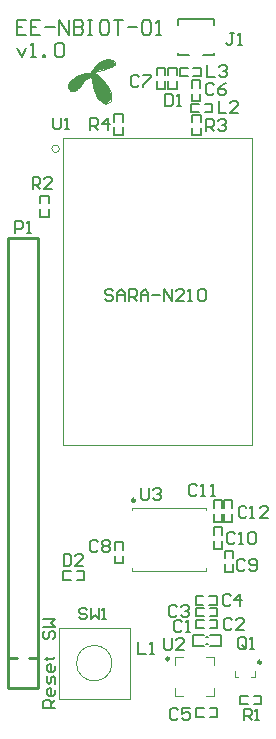
<source format=gto>
G04 Layer_Color=65535*
%FSLAX44Y44*%
%MOMM*%
G71*
G01*
G75*
%ADD31C,0.2540*%
%ADD38C,0.2500*%
%ADD39C,0.1000*%
%ADD40C,0.2000*%
%ADD41C,0.1524*%
%ADD42C,0.0500*%
%ADD43C,0.1700*%
G36*
X92374Y581114D02*
X93085Y578509D01*
X92374Y577058D01*
X90004Y575845D01*
X84695Y574093D01*
X77532Y572081D01*
X76516Y571066D01*
Y570113D01*
X81258Y566324D01*
X86805Y559480D01*
X89545Y552486D01*
Y548778D01*
X87310Y545314D01*
X84695Y544750D01*
X82091Y545721D01*
X78513Y548778D01*
X74772Y555785D01*
X72910Y567101D01*
X72187Y567672D01*
X69773Y566324D01*
Y566191D01*
X59367Y555785D01*
Y555631D01*
X54953Y555631D01*
X53868Y556716D01*
Y557820D01*
X53000Y558688D01*
Y561699D01*
X57001Y565700D01*
Y565936D01*
X57777D01*
X60878Y567672D01*
X62464Y568560D01*
X66162Y570114D01*
X71891Y570922D01*
X72910Y571066D01*
X74772Y574842D01*
X77230Y578195D01*
X81655Y580686D01*
X86103Y582367D01*
X92374Y581114D01*
D02*
G37*
D31*
X2300Y431000D02*
X27700D01*
X2300Y50000D02*
Y431000D01*
X27700Y50000D02*
Y431000D01*
X2300Y50000D02*
X27700D01*
X20080Y75400D02*
X27700D01*
X2300D02*
X9920D01*
D38*
X109750Y208750D02*
G03*
X109750Y208750I-1250J0D01*
G01*
X138580Y74670D02*
G03*
X138580Y74670I-1250J0D01*
G01*
X216500Y71750D02*
G03*
X216500Y71750I-1250J0D01*
G01*
D39*
X90250Y71000D02*
G03*
X90250Y71000I-15000J0D01*
G01*
X45702Y506520D02*
G03*
X45702Y506520I-3162J0D01*
G01*
X85240Y544777D02*
X85441Y544799D01*
X86322Y544899D01*
X86838Y544964D01*
X86860Y544970D01*
X86879Y544975D01*
X87310Y545314D01*
X88023Y545933D01*
X88186Y546079D01*
X88449Y546321D01*
X89062Y547240D01*
X89564Y548778D01*
X89692Y550715D01*
X89545Y552486D02*
X89692Y550715D01*
X89450Y553067D02*
X89545Y552486D01*
X89396Y553398D02*
X89450Y553067D01*
X89171Y554377D02*
X89396Y553398D01*
X88748Y555649D02*
X89171Y554377D01*
X88113Y557057D02*
X88748Y555649D01*
X87437Y558346D02*
X88113Y557057D01*
X87204Y558766D02*
X87437Y558346D01*
X86805Y559480D02*
X87204Y558766D01*
X85471Y561541D02*
X86805Y559480D01*
X83520Y564013D02*
X85471Y561541D01*
X81288Y566253D02*
X83520Y564013D01*
X79381Y567848D02*
X81288Y566253D01*
X78716Y568334D02*
X79381Y567848D01*
X78355Y568597D02*
X78716Y568334D01*
X77292Y569408D02*
X78355Y568597D01*
X76516Y570113D02*
X77292Y569408D01*
X76234Y570621D02*
X76516Y570113D01*
X76234Y570621D02*
X76258Y570993D01*
X76299Y571104D01*
X76343Y571234D01*
X76625Y571576D01*
X77485Y572023D01*
X79248Y572590D01*
X81532Y573219D01*
X82294Y573420D01*
X82896Y573580D01*
X84695Y574093D01*
X87009Y574804D01*
X88973Y575463D01*
X90004Y575845D01*
X90321Y575989D01*
X90622Y576128D01*
X91517Y576572D01*
X92271Y577058D01*
X92713Y577557D01*
X92933Y578024D01*
X92985Y578184D01*
X93085Y578509D01*
X92993Y579974D02*
X93085Y578509D01*
X92179Y581029D02*
X92993Y579974D01*
X91919Y581149D02*
X92179Y581029D01*
X91487Y581347D02*
X91919Y581149D01*
X89580Y582006D02*
X91487Y581347D01*
X87695Y582299D02*
X89580Y582006D01*
X87277Y582315D02*
X87695Y582299D01*
X87006Y582326D02*
X87277Y582315D01*
X86192Y582277D02*
X87006Y582326D01*
X85029Y582003D02*
X86192Y582277D01*
X83461Y581390D02*
X85029Y582003D01*
X81741Y580601D02*
X83461Y581390D01*
X81174Y580330D02*
X81741Y580601D01*
X80761Y580134D02*
X81174Y580330D01*
X79530Y579529D02*
X80761Y580134D01*
X78236Y578840D02*
X79530Y579529D01*
X77230Y578195D02*
X78236Y578840D01*
X76443Y577538D02*
X77230Y578195D01*
X75814Y576800D02*
X76443Y577538D01*
X75276Y575921D02*
X75814Y576800D01*
X74772Y574842D02*
X75276Y575921D01*
X74365Y573830D02*
X74772Y574842D01*
X74235Y573491D02*
X74365Y573830D01*
X74105Y573154D02*
X74235Y573491D01*
X73443Y571763D02*
X74105Y573154D01*
X72914Y571039D02*
X73443Y571763D01*
X72854Y571036D02*
X72914Y571039D01*
X71986Y571017D02*
X72854Y571036D01*
X69382Y570922D02*
X71986Y571017D01*
X67060Y570602D02*
X69382Y570922D01*
X64816Y569815D02*
X67060Y570602D01*
X62391Y568689D02*
X64816Y569815D01*
X61588Y568304D02*
X62391Y568689D01*
X60878Y567965D02*
X61588Y568304D01*
X58759Y566918D02*
X60878Y567965D01*
X57001Y565936D02*
X58759Y566918D01*
X55875Y565084D02*
X57001Y565936D01*
X55165Y564346D02*
X55875Y565084D01*
X54948Y564086D02*
X55165Y564346D01*
X54747Y563850D02*
X54948Y564086D01*
X53811Y562510D02*
X54747Y563850D01*
X53165Y561308D02*
X53811Y562510D01*
X53114Y561137D02*
X53165Y561308D01*
X53022Y560844D02*
X53114Y561137D01*
X53000Y559881D02*
X53022Y560844D01*
X53000Y559881D02*
X53277Y558411D01*
X53868Y556995D01*
X54446Y556121D01*
X54695Y555888D01*
X54837Y555755D01*
X55791Y555343D01*
X57145Y555253D01*
X57487Y555281D01*
X57763Y555305D01*
X58599Y555408D01*
X59367Y555631D01*
X60037Y556062D01*
X60655Y556626D01*
X60856Y556819D01*
X61048Y557009D01*
X61656Y557654D01*
X62804Y558907D01*
X64141Y560410D01*
X65180Y561598D01*
X65522Y561995D01*
X66078Y562645D01*
X67828Y564525D01*
X69773Y566324D01*
X71324Y567368D01*
X72187Y567672D01*
X72455Y567631D01*
X72542Y567621D01*
X72797Y567477D01*
X73022Y567043D01*
X73163Y566194D01*
X73242Y565149D01*
X73261Y564799D01*
X73318Y563660D01*
X73790Y560250D01*
X74872Y555953D01*
X76440Y552107D01*
X77862Y549641D01*
X78437Y548898D01*
X78605Y548681D01*
X79907Y547381D01*
X81437Y546150D01*
X81719Y545963D01*
X82091Y545721D01*
X83637Y544964D01*
X84972Y544750D01*
X85240Y544777D01*
X137650Y202250D02*
X170000D01*
Y200300D02*
Y202250D01*
Y149250D02*
Y151200D01*
X137650Y149250D02*
X170000D01*
X107000D02*
X139350D01*
X107000D02*
Y151200D01*
Y202250D02*
X139350D01*
X107000Y200300D02*
Y202250D01*
X143830Y69420D02*
Y76170D01*
X150580D01*
X170080D02*
X176830D01*
Y69420D02*
Y76170D01*
Y43170D02*
Y49920D01*
X170080Y43170D02*
X176830D01*
X143830D02*
Y49920D01*
Y43170D02*
X150580D01*
X211250Y59000D02*
Y64000D01*
X208250Y59000D02*
X211250D01*
X194250D02*
Y64000D01*
Y59000D02*
X197250D01*
X48540Y515520D02*
X208540D01*
Y255520D02*
Y515520D01*
X48540Y255520D02*
X208540D01*
X48540D02*
Y515520D01*
D40*
X146500Y611500D02*
Y616500D01*
X176500D01*
Y611500D02*
Y616500D01*
Y585500D02*
Y587500D01*
X167500Y585500D02*
X176500D01*
X146500D02*
X155500D01*
X146500D02*
Y587500D01*
X169490Y87150D02*
X171490Y87150D01*
X169490Y93150D02*
X171490Y93150D01*
X17747Y615191D02*
X9750D01*
Y603195D01*
X17747D01*
X9750Y609193D02*
X13749D01*
X29743Y615191D02*
X21746D01*
Y603195D01*
X29743D01*
X21746Y609193D02*
X25745D01*
X33742D02*
X41740D01*
X45738Y603195D02*
Y615191D01*
X53736Y603195D01*
Y615191D01*
X57734D02*
Y603195D01*
X63733D01*
X65732Y605195D01*
Y607194D01*
X63733Y609193D01*
X57734D01*
X63733D01*
X65732Y611193D01*
Y613192D01*
X63733Y615191D01*
X57734D01*
X69731D02*
X73729D01*
X71730D01*
Y603195D01*
X69731D01*
X73729D01*
X85725Y615191D02*
X81727D01*
X79727Y613192D01*
Y605195D01*
X81727Y603195D01*
X85725D01*
X87725Y605195D01*
Y613192D01*
X85725Y615191D01*
X91723D02*
X99721D01*
X95722D01*
Y603195D01*
X103720Y609193D02*
X111717D01*
X115716Y613192D02*
X117715Y615191D01*
X121714D01*
X123713Y613192D01*
Y605195D01*
X121714Y603195D01*
X117715D01*
X115716Y605195D01*
Y613192D01*
X127712Y603195D02*
X131711D01*
X129711D01*
Y615191D01*
X127712Y613192D01*
X9750Y591997D02*
X13749Y584000D01*
X17747Y591997D01*
X21746Y584000D02*
X25745D01*
X23746D01*
Y595996D01*
X21746Y593997D01*
X31743Y584000D02*
Y585999D01*
X33742D01*
Y584000D01*
X31743D01*
X41740Y593997D02*
X43739Y595996D01*
X47738D01*
X49737Y593997D01*
Y585999D01*
X47738Y584000D01*
X43739D01*
X41740Y585999D01*
Y593997D01*
X91165Y386081D02*
X89498Y387747D01*
X86166D01*
X84500Y386081D01*
Y384414D01*
X86166Y382748D01*
X89498D01*
X91165Y381082D01*
Y379416D01*
X89498Y377750D01*
X86166D01*
X84500Y379416D01*
X94497Y377750D02*
Y384414D01*
X97829Y387747D01*
X101161Y384414D01*
Y377750D01*
Y382748D01*
X94497D01*
X104494Y377750D02*
Y387747D01*
X109492D01*
X111158Y386081D01*
Y382748D01*
X109492Y381082D01*
X104494D01*
X107826D02*
X111158Y377750D01*
X114490D02*
Y384414D01*
X117823Y387747D01*
X121155Y384414D01*
Y377750D01*
Y382748D01*
X114490D01*
X124487D02*
X131152D01*
X134484Y377750D02*
Y387747D01*
X141148Y377750D01*
Y387747D01*
X151145Y377750D02*
X144481D01*
X151145Y384414D01*
Y386081D01*
X149479Y387747D01*
X146147D01*
X144481Y386081D01*
X154478Y377750D02*
X157810D01*
X156144D01*
Y387747D01*
X154478Y386081D01*
X162808D02*
X164474Y387747D01*
X167806D01*
X169473Y386081D01*
Y379416D01*
X167806Y377750D01*
X164474D01*
X162808Y379416D01*
Y386081D01*
D41*
X210250Y36000D02*
X216500D01*
X199000D02*
X205250D01*
X210250Y43500D02*
X216500D01*
X199000D02*
X205250D01*
X199000Y36000D02*
Y43500D01*
X216500Y36000D02*
Y43500D01*
X185249Y190751D02*
Y197251D01*
Y202251D02*
Y208751D01*
X192249Y190751D02*
Y197251D01*
Y202251D02*
Y208751D01*
X185249D02*
X192249D01*
X185249Y190751D02*
X192249D01*
X99501Y166999D02*
Y173499D01*
Y155499D02*
Y161999D01*
X92501Y166999D02*
Y173499D01*
Y155499D02*
Y161999D01*
Y155499D02*
X99501D01*
X92501Y173499D02*
X99501D01*
X158740Y85150D02*
Y95150D01*
X182240D02*
X182240Y85150D01*
X172990D02*
X182240D01*
X158740D02*
X167990D01*
X172990Y95150D02*
X182240D01*
X158740D02*
X167990D01*
X161491Y107621D02*
X167991D01*
X172991D02*
X179491D01*
X161491Y100621D02*
X167991Y100621D01*
X172991Y100621D02*
X179491D01*
Y107621D01*
X161491Y100621D02*
Y107621D01*
Y117781D02*
X167991Y117781D01*
X172991D02*
X179491Y117781D01*
X161491Y110781D02*
X167991D01*
X172991Y110781D02*
X179491Y110781D01*
Y117781D01*
X161491Y110781D02*
Y117781D01*
X172749Y120499D02*
X179249Y120499D01*
X161249D02*
X167749Y120499D01*
X172749Y127499D02*
X179249D01*
X161249D02*
X167749D01*
X161249Y120499D02*
Y127499D01*
X179249Y120499D02*
Y127499D01*
X161491Y32691D02*
X167991D01*
X172991D02*
X179491D01*
X161491Y25691D02*
X167991Y25691D01*
X172991Y25691D02*
X179491D01*
Y32691D01*
X161491Y25691D02*
Y32691D01*
X29750Y449000D02*
Y455250D01*
Y460250D02*
Y466500D01*
X37250Y449000D02*
Y455250D01*
Y460250D02*
Y466500D01*
X29750D02*
X37250D01*
X29750Y449000D02*
X37250D01*
X60250Y141500D02*
X66500D01*
X49000D02*
X55250D01*
X60250Y149000D02*
X66500D01*
X49000D02*
X55250D01*
X49000Y141500D02*
Y149000D01*
X66500Y141500D02*
Y149000D01*
X176249Y190751D02*
Y197251D01*
Y202251D02*
Y208751D01*
X183249Y190751D02*
Y197251D01*
Y202251D02*
Y208751D01*
X176249D02*
X183249D01*
X176249Y190751D02*
X183249D01*
X183251Y179499D02*
Y185999D01*
Y167999D02*
Y174499D01*
X176251Y179499D02*
Y185999D01*
Y167999D02*
Y174499D01*
Y167999D02*
X183251D01*
X176251Y185999D02*
X183251D01*
X192751Y159749D02*
Y166249D01*
Y148249D02*
Y154749D01*
X185751Y159749D02*
Y166249D01*
Y148249D02*
Y154749D01*
Y148249D02*
X192751D01*
X185751Y166249D02*
X192751D01*
X165749Y567749D02*
Y574749D01*
X147749Y567749D02*
Y574749D01*
X154249D01*
X159249D02*
X165749D01*
X147749Y567749D02*
X154249D01*
X159249D02*
X165749D01*
X138000Y557500D02*
Y563750D01*
Y568750D02*
Y575000D01*
X145500Y557500D02*
Y563750D01*
Y568750D02*
Y575000D01*
X138000D02*
X145500D01*
X138000Y557500D02*
X145500D01*
X127999Y557251D02*
Y563751D01*
Y568751D02*
Y575251D01*
X134999Y557251D02*
Y563751D01*
Y568751D02*
Y575251D01*
X127999D02*
X134999D01*
X127999Y557251D02*
X134999D01*
X99250Y529500D02*
Y535750D01*
Y518250D02*
Y524500D01*
X91750Y529500D02*
Y535750D01*
Y518250D02*
Y524500D01*
Y518250D02*
X99250D01*
X91750Y535750D02*
X99250D01*
X165001Y557999D02*
Y564499D01*
Y546499D02*
Y552999D01*
X158001Y557999D02*
Y564499D01*
Y546499D02*
Y552999D01*
Y546499D02*
X165001D01*
X158001Y564499D02*
X165001D01*
X157251Y537501D02*
Y544501D01*
X175251Y537501D02*
Y544501D01*
X168751Y537501D02*
X175251D01*
X157251D02*
X163751D01*
X168751Y544501D02*
X175251D01*
X157251D02*
X163751D01*
X165310Y528990D02*
Y535240D01*
Y517740D02*
Y523990D01*
X157810Y528990D02*
Y535240D01*
Y517740D02*
Y523990D01*
Y517740D02*
X165310D01*
X157810Y535240D02*
X165310D01*
D42*
X45250Y41000D02*
X105250D01*
Y101000D01*
X45250D02*
X105250D01*
X45250Y41000D02*
Y101000D01*
D43*
X42000Y33250D02*
X32003D01*
Y38248D01*
X33669Y39915D01*
X37002D01*
X38668Y38248D01*
Y33250D01*
Y36582D02*
X42000Y39915D01*
Y48245D02*
Y44913D01*
X40334Y43247D01*
X37002D01*
X35336Y44913D01*
Y48245D01*
X37002Y49911D01*
X38668D01*
Y43247D01*
X42000Y53244D02*
Y58242D01*
X40334Y59908D01*
X38668Y58242D01*
Y54910D01*
X37002Y53244D01*
X35336Y54910D01*
Y59908D01*
X42000Y68239D02*
Y64907D01*
X40334Y63240D01*
X37002D01*
X35336Y64907D01*
Y68239D01*
X37002Y69905D01*
X38668D01*
Y63240D01*
X33669Y74903D02*
X35336D01*
Y73237D01*
Y76569D01*
Y74903D01*
X40334D01*
X42000Y76569D01*
X33669Y98229D02*
X32003Y96563D01*
Y93231D01*
X33669Y91565D01*
X35336D01*
X37002Y93231D01*
Y96563D01*
X38668Y98229D01*
X40334D01*
X42000Y96563D01*
Y93231D01*
X40334Y91565D01*
X32003Y101561D02*
X42000D01*
X38668Y104894D01*
X42000Y108226D01*
X32003D01*
X193414Y604247D02*
X190082D01*
X191748D01*
Y595916D01*
X190082Y594250D01*
X188416D01*
X186750Y595916D01*
X196747Y594250D02*
X200079D01*
X198413D01*
Y604247D01*
X196747Y602581D01*
X8500Y435000D02*
Y444997D01*
X13498D01*
X15165Y443331D01*
Y439998D01*
X13498Y438332D01*
X8500D01*
X18497Y435000D02*
X21829D01*
X20163D01*
Y444997D01*
X18497Y443331D01*
X201750Y22500D02*
Y32497D01*
X206748D01*
X208414Y30831D01*
Y27498D01*
X206748Y25832D01*
X201750D01*
X205082D02*
X208414Y22500D01*
X211747D02*
X215079D01*
X213413D01*
Y32497D01*
X211747Y30831D01*
X204165Y202331D02*
X202498Y203997D01*
X199166D01*
X197500Y202331D01*
Y195666D01*
X199166Y194000D01*
X202498D01*
X204165Y195666D01*
X207497Y194000D02*
X210829D01*
X209163D01*
Y203997D01*
X207497Y202331D01*
X222492Y194000D02*
X215827D01*
X222492Y200665D01*
Y202331D01*
X220826Y203997D01*
X217494D01*
X215827Y202331D01*
X115250Y219497D02*
Y211166D01*
X116916Y209500D01*
X120248D01*
X121915Y211166D01*
Y219497D01*
X125247Y217831D02*
X126913Y219497D01*
X130245D01*
X131911Y217831D01*
Y216164D01*
X130245Y214498D01*
X128579D01*
X130245D01*
X131911Y212832D01*
Y211166D01*
X130245Y209500D01*
X126913D01*
X125247Y211166D01*
X78415Y173581D02*
X76748Y175247D01*
X73416D01*
X71750Y173581D01*
Y166916D01*
X73416Y165250D01*
X76748D01*
X78415Y166916D01*
X81747Y173581D02*
X83413Y175247D01*
X86745D01*
X88411Y173581D01*
Y171915D01*
X86745Y170248D01*
X88411Y168582D01*
Y166916D01*
X86745Y165250D01*
X83413D01*
X81747Y166916D01*
Y168582D01*
X83413Y170248D01*
X81747Y171915D01*
Y173581D01*
X83413Y170248D02*
X86745D01*
X68914Y116331D02*
X67248Y117997D01*
X63916D01*
X62250Y116331D01*
Y114664D01*
X63916Y112998D01*
X67248D01*
X68914Y111332D01*
Y109666D01*
X67248Y108000D01*
X63916D01*
X62250Y109666D01*
X72247Y117997D02*
Y108000D01*
X75579Y111332D01*
X78911Y108000D01*
Y117997D01*
X82243Y108000D02*
X85576D01*
X83910D01*
Y117997D01*
X82243Y116331D01*
X149415Y105581D02*
X147748Y107247D01*
X144416D01*
X142750Y105581D01*
Y98916D01*
X144416Y97250D01*
X147748D01*
X149415Y98916D01*
X152747Y97250D02*
X156079D01*
X154413D01*
Y107247D01*
X152747Y105581D01*
X191665Y107581D02*
X189998Y109247D01*
X186666D01*
X185000Y107581D01*
Y100916D01*
X186666Y99250D01*
X189998D01*
X191665Y100916D01*
X201661Y99250D02*
X194997D01*
X201661Y105914D01*
Y107581D01*
X199995Y109247D01*
X196663D01*
X194997Y107581D01*
X145164Y118581D02*
X143498Y120247D01*
X140166D01*
X138500Y118581D01*
Y111916D01*
X140166Y110250D01*
X143498D01*
X145164Y111916D01*
X148497Y118581D02*
X150163Y120247D01*
X153495D01*
X155161Y118581D01*
Y116915D01*
X153495Y115248D01*
X151829D01*
X153495D01*
X155161Y113582D01*
Y111916D01*
X153495Y110250D01*
X150163D01*
X148497Y111916D01*
X190665Y127831D02*
X188998Y129497D01*
X185666D01*
X184000Y127831D01*
Y121166D01*
X185666Y119500D01*
X188998D01*
X190665Y121166D01*
X198995Y119500D02*
Y129497D01*
X193997Y124498D01*
X200661D01*
X134500Y91997D02*
Y83666D01*
X136166Y82000D01*
X139498D01*
X141165Y83666D01*
Y91997D01*
X151161Y82000D02*
X144497D01*
X151161Y88665D01*
Y90331D01*
X149495Y91997D01*
X146163D01*
X144497Y90331D01*
X112500Y88997D02*
Y79000D01*
X119164D01*
X122497D02*
X125829D01*
X124163D01*
Y88997D01*
X122497Y87331D01*
X203915Y84416D02*
Y91081D01*
X202248Y92747D01*
X198916D01*
X197250Y91081D01*
Y84416D01*
X198916Y82750D01*
X202248D01*
X200582Y86082D02*
X203915Y82750D01*
X202248D02*
X203915Y84416D01*
X207247Y82750D02*
X210579D01*
X208913D01*
Y92747D01*
X207247Y91081D01*
X146165Y31081D02*
X144498Y32747D01*
X141166D01*
X139500Y31081D01*
Y24416D01*
X141166Y22750D01*
X144498D01*
X146165Y24416D01*
X156161Y32747D02*
X149497D01*
Y27748D01*
X152829Y29415D01*
X154495D01*
X156161Y27748D01*
Y24416D01*
X154495Y22750D01*
X151163D01*
X149497Y24416D01*
X23000Y472250D02*
Y482247D01*
X27998D01*
X29664Y480581D01*
Y477248D01*
X27998Y475582D01*
X23000D01*
X26332D02*
X29664Y472250D01*
X39661D02*
X32997D01*
X39661Y478914D01*
Y480581D01*
X37995Y482247D01*
X34663D01*
X32997Y480581D01*
X49250Y163247D02*
Y153250D01*
X54248D01*
X55915Y154916D01*
Y161581D01*
X54248Y163247D01*
X49250D01*
X65911Y153250D02*
X59247D01*
X65911Y159915D01*
Y161581D01*
X64245Y163247D01*
X60913D01*
X59247Y161581D01*
X162164Y220831D02*
X160498Y222497D01*
X157166D01*
X155500Y220831D01*
Y214166D01*
X157166Y212500D01*
X160498D01*
X162164Y214166D01*
X165497Y212500D02*
X168829D01*
X167163D01*
Y222497D01*
X165497Y220831D01*
X173827Y212500D02*
X177160D01*
X175494D01*
Y222497D01*
X173827Y220831D01*
X194165Y180331D02*
X192498Y181997D01*
X189166D01*
X187500Y180331D01*
Y173666D01*
X189166Y172000D01*
X192498D01*
X194165Y173666D01*
X197497Y172000D02*
X200829D01*
X199163D01*
Y181997D01*
X197497Y180331D01*
X205827D02*
X207494Y181997D01*
X210826D01*
X212492Y180331D01*
Y173666D01*
X210826Y172000D01*
X207494D01*
X205827Y173666D01*
Y180331D01*
X202915Y157581D02*
X201248Y159247D01*
X197916D01*
X196250Y157581D01*
Y150916D01*
X197916Y149250D01*
X201248D01*
X202915Y150916D01*
X206247D02*
X207913Y149250D01*
X211245D01*
X212911Y150916D01*
Y157581D01*
X211245Y159247D01*
X207913D01*
X206247Y157581D01*
Y155914D01*
X207913Y154248D01*
X212911D01*
X170750Y577497D02*
Y567500D01*
X177414D01*
X180747Y575831D02*
X182413Y577497D01*
X185745D01*
X187411Y575831D01*
Y574165D01*
X185745Y572498D01*
X184079D01*
X185745D01*
X187411Y570832D01*
Y569166D01*
X185745Y567500D01*
X182413D01*
X180747Y569166D01*
X135250Y552997D02*
Y543000D01*
X140248D01*
X141915Y544666D01*
Y551331D01*
X140248Y552997D01*
X135250D01*
X145247Y543000D02*
X148579D01*
X146913D01*
Y552997D01*
X145247Y551331D01*
X112914Y567081D02*
X111248Y568747D01*
X107916D01*
X106250Y567081D01*
Y560416D01*
X107916Y558750D01*
X111248D01*
X112914Y560416D01*
X116247Y568747D02*
X122911D01*
Y567081D01*
X116247Y560416D01*
Y558750D01*
X72000Y522750D02*
Y532747D01*
X76998D01*
X78664Y531081D01*
Y527748D01*
X76998Y526082D01*
X72000D01*
X75332D02*
X78664Y522750D01*
X86995D02*
Y532747D01*
X81997Y527748D01*
X88661D01*
X176665Y560081D02*
X174998Y561747D01*
X171666D01*
X170000Y560081D01*
Y553416D01*
X171666Y551750D01*
X174998D01*
X176665Y553416D01*
X186661Y561747D02*
X183329Y560081D01*
X179997Y556748D01*
Y553416D01*
X181663Y551750D01*
X184995D01*
X186661Y553416D01*
Y555082D01*
X184995Y556748D01*
X179997D01*
X180500Y546997D02*
Y537000D01*
X187164D01*
X197161D02*
X190497D01*
X197161Y543665D01*
Y545331D01*
X195495Y546997D01*
X192163D01*
X190497Y545331D01*
X170250Y521750D02*
Y531747D01*
X175248D01*
X176915Y530081D01*
Y526748D01*
X175248Y525082D01*
X170250D01*
X173582D02*
X176915Y521750D01*
X180247Y530081D02*
X181913Y531747D01*
X185245D01*
X186911Y530081D01*
Y528414D01*
X185245Y526748D01*
X183579D01*
X185245D01*
X186911Y525082D01*
Y523416D01*
X185245Y521750D01*
X181913D01*
X180247Y523416D01*
X40544Y532845D02*
Y524514D01*
X42210Y522848D01*
X45542D01*
X47208Y524514D01*
Y532845D01*
X50541Y522848D02*
X53873D01*
X52207D01*
Y532845D01*
X50541Y531179D01*
M02*

</source>
